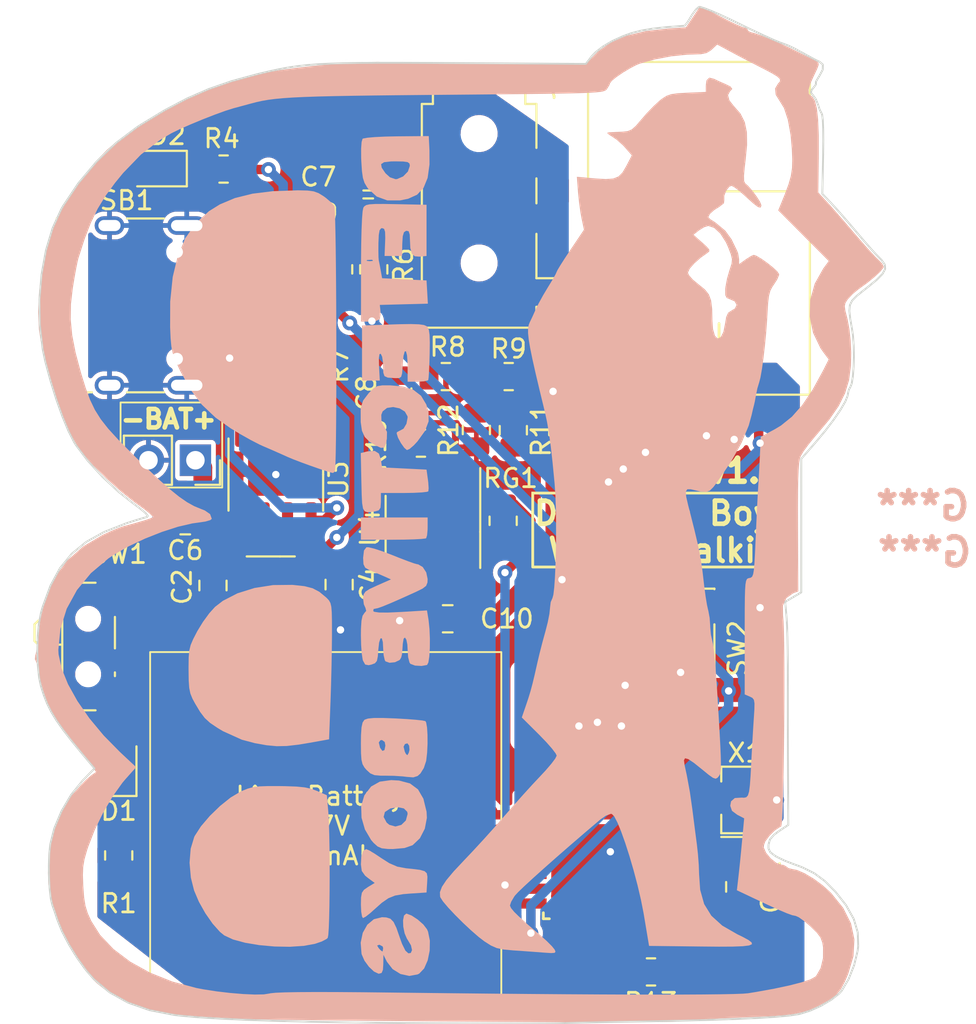
<source format=kicad_pcb>
(kicad_pcb (version 20211014) (generator pcbnew)
  (layers (0 "F.Cu" signal) (31 "B.Cu" signal) (34 "B.Paste" user) (35 "F.Paste" user) (36 "B.SilkS" user "B.Silkscreen") (37 "F.SilkS" user "F.Silkscreen") (38 "B.Mask" user) (39 "F.Mask" user) (44 "Edge.Cuts" user))
  (net 0 "")
  (net 1 "VBUS")
  (net 2 "GND")
  (net 3 "/BAT")
  (net 4 "+3V3")
  (net 5 "MOSI")
  (net 6 "MISO")
  (net 7 "Net-(D1-Pad1)")
  (net 8 "SCK")
  (net 9 "Net-(C8-Pad2)")
  (net 10 "Net-(R2-Pad1)")
  (net 11 "Net-(R3-Pad1)")
  (net 15 "RESET")
  (net 17 "/VIN")
  (net 18 "MIC")
  (net 22 "Net-(D2-Pad1)")
  (net 23 "CE")
  (net 24 "CSN")
  (net 25 "/SPK_R")
  (net 28 "XTAL1")
  (net 29 "XTAL2")
  (net 32 "/SPK_L")
  (net 33 "Net-(R7-Pad1)")
  (net 37 "Net-(R4-Pad2)")
  (net 45 "AUDIO_R")
  (net 46 "A0")
  (net 47 "A1")
  (net 48 "AUDIO_L")
  (net 49 "Net-(R11-Pad2)")
  (net 50 "Net-(R10-Pad1)")
  (net 54 "VBAT")
  (footprint "Capacitor_SMD:C_0805_2012Metric" (layer "F.Cu") (at 138.5 127.8 180)
    (fp_text reference "C6")
    (fp_text value "10uF")
  )
  (footprint "Resistor_SMD:R_0805_2012Metric" (layer "F.Cu") (at 156 120 180)
    (fp_text reference "R9")
    (fp_text value "10k")
  )
  (footprint "Connector_Audio:Jack_3.5mm_PJ320D_Horizontal" (layer "F.Cu") (at 154.4 111.63 -90)
    (fp_text reference "J1")
    (fp_text value "Jack 3.5mm")
  )
  (footprint "Button_Switch_SMD:SW_SPST_PTS645" (layer "F.Cu") (at 163.9 134.7)
    (fp_text reference "SW2")
    (fp_text value "Pushbutton")
  )
  (footprint "LED_SMD:LED_0805_2012Metric" (layer "F.Cu") (at 134.9 141 90)
    (fp_text reference "D1")
    (fp_text value "LED_0805")
  )
  (footprint "Capacitor_SMD:C_0805_2012Metric" (layer "F.Cu") (at 148.4 109.2)
    (fp_text reference "C7")
    (fp_text value "330nF")
  )
  (footprint "Custom footprints:NRF24L01_Mini" (layer "F.Cu") (at 160.295 120.98)
    (fp_text reference "U1")
    (fp_text value "NRF24L01_Breakout")
  )
  (footprint "Capacitor_SMD:C_0805_2012Metric" (layer "F.Cu") (at 148.4 111.1)
    (fp_text reference "C9")
    (fp_text value "330nF")
  )
  (footprint "Capacitor_SMD:C_0805_2012Metric" (layer "F.Cu") (at 142.15 120.475)
    (fp_text reference "C5")
    (fp_text value "10uF")
  )
  (footprint "Resistor_SMD:R_0805_2012Metric" (layer "F.Cu") (at 163.7 152.2 180)
    (fp_text reference "R13")
    (fp_text value "10k")
  )
  (footprint "Capacitor_SMD:C_0805_2012Metric" (layer "F.Cu") (at 168.5 147.6 90)
    (fp_text reference "C11")
    (fp_text value "100nF")
  )
  (footprint "Package_SO:SOP-8_3.9x4.9mm_P1.27mm" (layer "F.Cu") (at 151.9 128.4 -90)
    (fp_text reference "U4")
    (fp_text value "LM358")
  )
  (footprint "LED_SMD:LED_0805_2012Metric" (layer "F.Cu") (at 136.9 108.75 180)
    (fp_text reference "D2")
    (fp_text value "LED_0805")
  )
  (footprint "Button_Switch_SMD:SW_SPDT_PCM12" (layer "F.Cu") (at 133.575 134.6 -90)
    (fp_text reference "SW1")
    (fp_text value "SPDT_PCM12")
  )
  (footprint "Resistor_SMD:R_0805_2012Metric" (layer "F.Cu") (at 148.7 114.2 90)
    (fp_text reference "R6")
    (fp_text value "330")
  )
  (footprint "Resistor_SMD:R_0805_2012Metric" (layer "F.Cu") (at 152.6 120 180)
    (fp_text reference "R8")
    (fp_text value "10k")
  )
  (footprint "Resistor_SMD:R_0805_2012Metric" (layer "F.Cu") (at 145.175 119.625 90)
    (fp_text reference "R7")
    (fp_text value "10k")
  )
  (footprint "Resistor_SMD:R_0805_2012Metric" (layer "F.Cu") (at 146.8 114.2 -90)
    (fp_text reference "R5")
    (fp_text value "330")
  )
  (footprint "Resistor_SMD:R_0805_2012Metric" (layer "F.Cu") (at 155.7 127.8 -90)
    (fp_text reference "RG1")
    (fp_text value "470k")
  )
  (footprint "Capacitor_SMD:C_0805_2012Metric" (layer "F.Cu") (at 140 131.3 -90)
    (fp_text reference "C2")
    (fp_text value "10uF")
  )
  (footprint "Resistor_SMD:R_0805_2012Metric" (layer "F.Cu") (at 156.25 122.9 90)
    (fp_text reference "R11")
    (fp_text value "10k")
  )
  (footprint "Package_QFP:TQFP-32_7x7mm_P0.8mm" (layer "F.Cu") (at 161.5 145.7 180)
    (fp_text reference "U5")
    (fp_text value "ATmega328P-A")
  )
  (footprint "Capacitor_SMD:C_0805_2012Metric" (layer "F.Cu") (at 160.2 122.9 -90)
    (fp_text reference "C1")
    (fp_text value "10uF")
  )
  (footprint "Capacitor_SMD:C_0805_2012Metric" (layer "F.Cu") (at 141.65 112.5 90)
    (fp_text reference "C3")
    (fp_text value "100nF")
  )
  (footprint "Connector_PinSocket_2.54mm:PinSocket_1x02_P2.54mm_Vertical" (layer "F.Cu") (at 139.05 124.525 -90)
    (fp_text reference "BT1" hide)
    (fp_text value "LiPo 100mAh")
  )
  (footprint "Resistor_SMD:R_0805_2012Metric" (layer "F.Cu") (at 151.25 123.6 180)
    (fp_text reference "R10")
    (fp_text value "1k")
  )
  (footprint "Connector_USB:USB_C_Receptacle_HRO_TYPE-C-31-M-12" (layer "F.Cu") (at 135.45 116.15 -90)
    (fp_text reference "USB1")
    (fp_text value "USB_C 31-M-12")
  )
  (footprint "Resistor_SMD:R_0805_2012Metric" (layer "F.Cu") (at 154.25 122.8875 90)
    (fp_text reference "R12")
    (fp_text value "10k")
  )
  (footprint "Capacitor_SMD:C_0805_2012Metric" (layer "F.Cu") (at 150 120.9 -90)
    (fp_text reference "C8")
    (fp_text value "10uF")
  )
  (footprint "Resistor_SMD:R_0805_2012Metric" (layer "F.Cu") (at 142.4 117.05)
    (fp_text reference "R3")
    (fp_text value "5.1k")
  )
  (footprint "Crystal:Resonator_SMD_Murata_CSTxExxV-3Pin_3.0x1.1mm" (layer "F.Cu") (at 168.7 142.9 90)
    (fp_text reference "X1")
    (fp_text value "Resonator 8MHz")
  )
  (footprint "Package_TO_SOT_SMD:SOT-23-5" (layer "F.Cu") (at 143.625 131.2875)
    (fp_text reference "U2")
    (fp_text value "MIC5205-3.3YM5")
  )
  (footprint "Package_SO:SOIC-8-1EP_3.9x4.9mm_P1.27mm_EP2.29x3mm" (layer "F.Cu") (at 143.4 125.3 -90)
    (fp_text reference "U3")
    (fp_text value "TP4056")
  )
  (footprint "Resistor_SMD:R_0805_2012Metric" (layer "F.Cu") (at 134.9 145.9 -90)
    (fp_text reference "R1")
    (fp_text value "330")
  )
  (footprint "Resistor_SMD:R_0805_2012Metric" (layer "F.Cu") (at 140.575 108.775)
    (fp_text reference "R4")
    (fp_text value "1k")
  )
  (footprint "Capacitor_SMD:C_0805_2012Metric" (layer "F.Cu") (at 146.825 131.25 -90)
    (fp_text reference "C4")
    (fp_text value "10uF")
  )
  (footprint "Capacitor_SMD:C_0805_2012Metric" (layer "F.Cu") (at 152.7 133.1)
    (fp_text reference "C10")
    (fp_text value "100nF")
  )
  (footprint "Resistor_SMD:R_0805_2012Metric" (layer "F.Cu") (at 142.4 115.15)
    (fp_text reference "R2")
    (fp_text value "5.1k")
  )
  (footprint "detective_boys:DB_TOPSILK" (layer "B.Cu") (at 153.3 127.5 180)
    (fp_text reference "G***")
    (fp_text value "LOGO" hide)
  )
  (footprint "detective_boys:db_cutout" (layer "B.Cu") (at 153.5 127.5 180)
    (fp_text reference "G***")
    (fp_text value "LOGO" hide)
    (fp_poly (pts (xy -12.792214 27.492517) (xy -12.630497 27.352927) (xy -12.429033 27.080537) (xy -12.351844 26.951998) (xy -12.175795 26.667041) (xy -12.039035 26.495172) (xy -12.003419 26.4729) (xy -11.060646 26.402103) (xy -10.30659 26.320944) (xy -9.690348 26.218454) (xy -9.161015 26.083663) (xy -8.667687 25.905601) (xy -8.159458 25.673298) (xy -8.058206 25.622727) (xy -7.608104 25.356361) (xy -7.21119 25.053408) (xy -6.992323 24.828383) (xy -6.674366 24.411521) (xy 0.347015 24.456468) (xy 1.956825 24.465892) (xy 3.350108 24.471201) (xy 4.549942 24.471095) (xy 5.579407 24.464274) (xy 6.461581 24.449437) (xy 7.219542 24.425284) (xy 7.876371 24.390515) (xy 8.455145 24.343828) (xy 8.978943 24.283924) (xy 9.470844 24.209502) (xy 9.953928 24.119261) (xy 10.451272 24.011902) (xy 10.985955 23.886123) (xy 11.142453 23.84817) (xy 12.492862 23.480139) (xy 13.727441 23.05328) (xy 14.912065 22.538475) (xy 16.11261 21.906608) (xy 17.394952 21.12856) (xy 17.612264 20.988467) (xy 18.733438 20.145451) (xy 19.80713 19.11775) (xy 20.782598 17.96028) (xy 21.609105 16.727956) (xy 21.708883 16.554637) (xy 22.181061 15.521119) (xy 22.538763 14.326578) (xy 22.77651 13.023387) (xy 22.888827 11.663919) (xy 22.870234 10.300548) (xy 22.715255 8.985648) (xy 22.571353 8.30789) (xy 22.285405 7.253802) (xy 21.97115 6.248652) (xy 21.644374 5.335487) (xy 21.320861 4.55735) (xy 21.016398 3.957286) (xy 20.917163 3.797157) (xy 20.274616 2.946185) (xy 19.479254 2.076732) (xy 18.600532 1.259849) (xy 17.875653 0.685716) (xy 17.412002 0.338506) (xy 17.134448 0.102921) (xy 17.026491 -0.037374) (xy 17.071628 -0.098712) (xy 17.081187 -0.100667) (xy 17.302392 -0.157187) (xy 17.676181 -0.269322) (xy 18.128556 -0.414707) (xy 18.211321 -0.442247) (xy 19.385466 -0.901747) (xy 20.35279 -1.438699) (xy 21.141216 -2.082446) (xy 21.778666 -2.862333) (xy 22.293064 -3.807702) (xy 22.712332 -4.947898) (xy 22.806919 -5.271698) (xy 22.916972 -5.844101) (xy 22.982141 -6.561193) (xy 23.002266 -7.344166) (xy 22.977188 -8.114216) (xy 22.906749 -8.792537) (xy 22.814898 -9.225472) (xy 22.651548 -9.734053) (xy 22.470554 -10.192961) (xy 22.24976 -10.63705) (xy 21.967006 -11.101175) (xy 21.600136 -11.62019) (xy 21.126992 -12.228948) (xy 20.525416 -12.962306) (xy 20.169693 -13.386421) (xy 19.911557 -13.692705) (xy 20.563792 -14.364513) (xy 21.171924 -15.115638) (xy 21.694236 -16.001143) (xy 22.088097 -16.937059) (xy 22.303777 -17.791981) (xy 22.357698 -18.319257) (xy 22.379269 -18.946813) (xy 22.370814 -19.606398) (xy 22.334654 -20.229759) (xy 22.273112 -20.748642) (xy 22.191666 -21.086793) (xy 22.079076 -21.400268) (xy 21.949399 -21.790369) (xy 21.925559 -21.865566) (xy 21.669569 -22.502831) (xy 21.28933 -23.228593) (xy 20.83277 -23.964692) (xy 20.347815 -24.632968) (xy 19.948464 -25.089916) (xy 19.095678 -25.805285) (xy 18.097748 -26.362035) (xy 16.938791 -26.766854) (xy 15.602921 -27.026433) (xy 15.250893 -27.068215) (xy 14.308049 -27.151036) (xy 13.135042 -27.225289) (xy 11.741189 -27.290697) (xy 10.135806 -27.346982) (xy 8.328209 -27.393867) (xy 6.327715 -27.431073) (xy 4.14364 -27.458324) (xy 1.785301 -27.475341) (xy 1.557547 -27.476393) (xy 0.31344 -27.481366) (xy -0.861299 -27.485078) (xy -1.944355 -27.487525) (xy -2.913417 -27.488704) (xy -3.746169 -27.48861) (xy -4.420299 -27.487241) (xy -4.913492 -27.484593) (xy -5.203437 -27.480661) (xy -5.271698 -27.477524) (xy -5.429788 -27.46906) (xy -5.799018 -27.457581) (xy -6.350935 -27.443718) (xy -7.057084 -27.428106) (xy -7.889011 -27.411376) (xy -8.818262 -27.394162) (xy -9.704717 -27.378936) (xy -11.62518 -27.341879) (xy -13.311875 -27.29819) (xy -14.76386 -27.247914) (xy -15.980193 -27.191095) (xy -16.959931 -27.127779) (xy -17.702132 -27.058009) (xy -18.205852 -26.981832) (xy -18.251116 -26.972062) (xy -18.817955 -26.7937) (xy -19.409006 -26.52517) (xy -19.951303 -26.206896) (xy -20.371883 -25.879302) (xy -20.521682 -25.714125) (xy -20.891659 -25.087761) (xy -21.190832 -24.334516) (xy -21.378313 -23.565258) (xy -21.410802 -23.303302) (xy -21.384907 -22.56164) (xy -21.168757 -21.833037) (xy -20.749566 -21.086867) (xy -20.188208 -20.375078) (xy -19.618033 -19.795774) (xy -19.038551 -19.36775) (xy -18.36158 -19.033198) (xy -17.861484 -18.84979) (xy -17.429453 -18.681084) (xy -17.018626 -18.48323) (xy -16.916789 -18.424957) (xy -16.651372 -18.226199) (xy -16.554728 -18.015398) (xy -16.557355 -17.811745) (xy -16.639382 -17.530479) (xy -16.857732 -17.280456) (xy -17.111792 -17.092924) (xy -17.629716 -16.746026) (xy -17.613164 -14.094004) (xy -17.608216 -13.098431) (xy -17.604732 -11.977038) (xy -17.602872 -10.824588) (xy -17.6028 -9.735846) (xy -17.604283 -8.925944) (xy -17.60294 -8.107884) (xy -17.594676 -7.31142) (xy -17.580557 -6.589499) (xy -17.561651 -5.995068) (xy -17.539026 -5.581072) (xy -17.53617 -5.546694) (xy -17.460384 -4.683482) (xy -18.331132 -4.169728) (xy -18.332122 3.055188) (xy -19.115397 3.953773) (xy -19.634755 4.576437) (xy -20.090151 5.174087) (xy -20.458291 5.712007) (xy -20.71588 6.155483) (xy -20.839626 6.469799) (xy -20.84717 6.534708) (xy -20.904631 6.798562) (xy -20.97364 6.907791) (xy -21.057235 7.110753) (xy -21.120564 7.49547) (xy -21.161517 8.004764) (xy -21.177985 8.581457) (xy -21.167857 9.168371) (xy -21.129025 9.708326) (xy -21.087887 10.004245) (xy -20.981716 10.614601) (xy -20.931624 11.046586) (xy -20.958117 11.358796) (xy -21.0817 11.609828) (xy -21.32288 11.858279) (xy -21.702162 12.162745) (xy -21.895519 12.312089) (xy -22.407418 12.729359) (xy -22.727628 13.055181) (xy -22.869753 13.321698) (xy -22.847393 13.561052) (xy -22.674153 13.805386) (xy -22.570559 13.907181) (xy -22.36745 14.115827) (xy -22.056925 14.45894) (xy -21.683916 14.886029) (xy -21.352486 15.275943) (xy -20.936371 15.765796) (xy -20.520382 16.24506) (xy -20.159891 16.650466) (xy -19.958579 16.8687) (xy -19.46934 17.383155) (xy -19.512768 19.476036) (xy -19.521971 20.248147) (xy -19.515906 20.889023) (xy -19.495579 21.36799) (xy -19.461991 21.654373) (xy -19.43943 21.717241) (xy -19.323878 21.942586) (xy -19.246058 22.186669) (xy -19.116356 22.504935) (xy -18.976101 22.701122) (xy -18.850876 22.862239) (xy -18.892596 23.007459) (xy -18.994851 23.12884) (xy -19.121717 23.299165) (xy -19.120317 23.363207) (xy -19.123825 23.447173) (xy -19.242413 23.65473) (xy -19.281464 23.711184) (xy -19.490416 24.096651) (xy -19.496355 24.374996) (xy -19.319576 24.52908) (xy -19.108707 24.628101) (xy -18.769059 24.805981) (xy -18.427318 24.994483) (xy -18.026082 25.210407) (xy -17.670461 25.383633) (xy -17.468827 25.465453) (xy -17.172609 25.570848) (xy -16.768169 25.739187) (xy -16.230085 25.981976) (xy -15.532932 26.310724) (xy -14.651288 26.73694) (xy -14.540487 26.790983) (xy -13.970484 27.059277) (xy -13.467797 27.277332) (xy -13.075319 27.427935) (xy -12.835947 27.493875)) (layer "Edge.Cuts") (width 0.1) (fill none))
  )
  (gr_rect (start 155.6 153.9) (end 136.6 134.9) (layer "F.SilkS") (width 0.1) (fill none))
  (gr_rect (start 171.4 130.3) (end 157.3 126.3) (layer "F.SilkS") (width 0.15) (fill none))
  (gr_rect (start 135 121.4) (end 140.5 126) (layer "F.SilkS") (width 0.1) (fill none))
  (gr_text "Lipo Battery\n3.7V\n100mAh" (at 145.8 144.3) (layer "F.SilkS") (effects (font (size 1 1))))
  (gr_text "v1.1" (at 168.8 125.1) (layer "F.SilkS") (effects (font (size 1.25 1.25) (thickness 0.3))))
  (gr_text "-BAT+" (at 137.6 122.3) (layer "F.SilkS") (effects (font (size 1 1) (thickness 0.25))))
  (gr_text "Detective Boys\nWalkie Talkie" (at 164.3 128.4) (layer "F.SilkS") (effects (font (size 1.25 1.25) (thickness 0.25))))
  (segment (start 145.305 127.775) (end 146.025 127.775) (width 0.508) (layer "F.Cu") (net 1))
  (segment (start 138.202102 114.1) (end 138.602102 113.7) (width 0.254) (layer "F.Cu") (net 1))
  (segment (start 141.65 113.45) (end 141.4 113.7) (width 0.508) (layer "F.Cu") (net 1))
  (segment (start 141.495 120.77) (end 141.2 120.475) (width 0.508) (layer "F.Cu") (net 1))
  (segment (start 135.9625 112.164602) (end 138.2 114.402102) (width 0.254) (layer "F.Cu") (net 1))
  (segment (start 141.4 113.7) (end 139.495 113.7) (width 0.508) (layer "F.Cu") (net 1))
  (segment (start 135.9625 108.75) (end 135.9625 112.164602) (width 0.254) (layer "F.Cu") (net 1))
  (segment (start 138.602102 113.7) (end 139.495 113.7) (width 0.254) (layer "F.Cu") (net 1))
  (segment (start 138.2 114.1) (end 138.202102 114.1) (width 0.254) (layer "F.Cu") (net 1))
  (segment (start 146.025 127.775) (end 146.7 127.1) (width 0.508) (layer "F.Cu") (net 1))
  (segment (start 138.2 114.402102) (end 138.2 114.6) (width 0.254) (layer "F.Cu") (net 1))
  (segment (start 139.495 118.6) (end 140.7 118.6) (width 0.254) (layer "F.Cu") (net 1))
  (segment (start 138.2 114.6) (end 138.2 114.1) (width 0.254) (layer "F.Cu") (net 1))
  (segment (start 141.2 119.1) (end 141.2 120.475) (width 0.254) (layer "F.Cu") (net 1))
  (segment (start 140.7 118.6) (end 141.2 119.1) (width 0.254) (layer "F.Cu") (net 1))
  (segment (start 139.495 118.6) (end 138.602102 118.6) (width 0.254) (layer "F.Cu") (net 1))
  (segment (start 138.602102 118.6) (end 138.2 118.197898) (width 0.254) (layer "F.Cu") (net 1))
  (segment (start 138.2 118.197898) (end 138.2 114.6) (width 0.254) (layer "F.Cu") (net 1))
  (segment (start 141.495 122.825) (end 141.495 120.77) (width 0.508) (layer "F.Cu") (net 1))
  (via (at 146.7 127.1) (size 0.8) (drill 0.4) (layers "F.Cu" "B.Cu") (net 1))
  (via (at 140.9 119) (size 0.8) (drill 0.4) (layers "F.Cu" "B.Cu") (net 1))
  (segment (start 146.7 127.1) (end 143.8 127.1) (width 0.508) (layer "B.Cu") (net 1))
  (segment (start 143.8 127.1) (end 140.9 124.2) (width 0.508) (layer "B.Cu") (net 1))
  (segment (start 140.9 124.2) (end 140.9 119) (width 0.508) (layer "B.Cu") (net 1))
  (segment (start 139.5 119.405) (end 139.495 119.4) (width 0.508) (layer "F.Cu") (net 2))
  (segment (start 142.765 120.81) (end 143.1 120.475) (width 0.254) (layer "F.Cu") (net 2))
  (segment (start 139.5 120) (end 139.5 119.405) (width 0.508) (layer "F.Cu") (net 2))
  (segment (start 139.03 120.47) (end 139.5 120) (width 0.508) (layer "F.Cu") (net 2))
  (segment (start 142.765 122.825) (end 142.765 120.81) (width 0.254) (layer "F.Cu") (net 2))
  (segment (start 138.58 120.47) (end 139.03 120.47) (width 0.508) (layer "F.Cu") (net 2))
  (via (at 143.4 125.3) (size 0.8) (drill 0.4) (layers "F.Cu" "B.Cu") (net 2))
  (via (at 158.4 120.8) (size 0.8) (drill 0.4) (layers "F.Cu" "B.Cu") (net 2))
  (via (at 158.883121 130.983121) (size 0.8) (drill 0.4) (layers "F.Cu" "B.Cu") (net 2))
  (via (at 146.9 133.7) (size 0.8) (drill 0.4) (layers "F.Cu" "B.Cu") (net 2))
  (via (at 169.6 132.5) (size 0.8) (drill 0.4) (layers "F.Cu" "B.Cu") (net 2))
  (via (at 161.5 145.7) (size 0.8) (drill 0.4) (layers "F.Cu" "B.Cu") (net 2))
  (via (at 170.5 142.9) (size 0.8) (drill 0.4) (layers "F.Cu" "B.Cu") (net 2))
  (via (at 150.1 133.2) (size 0.8) (drill 0.4) (layers "F.Cu" "B.Cu") (net 2))
  (segment (start 135.75 132.35) (end 139.45 128.65) (width 1.016) (layer "F.Cu") (net 3))
  (segment (start 139.45 128.65) (end 139.45 127.8) (width 1.016) (layer "F.Cu") (net 3))
  (segment (start 135.005 132.35) (end 135.75 132.35) (width 1.016) (layer "F.Cu") (net 3))
  (segment (start 139.45 124.925) (end 139.05 124.525) (width 1.016) (layer "F.Cu") (net 3))
  (segment (start 139.45 127.8) (end 141.2 127.8) (width 1.016) (layer "F.Cu") (net 3))
  (segment (start 139.45 127.8) (end 139.45 124.925) (width 1.016) (layer "F.Cu") (net 3))
  (segment (start 155.0875 120) (end 155.0875 119.0125) (width 1.016) (layer "F.Cu") (net 4))
  (segment (start 147.8 130.3) (end 148.6 131.1) (width 1.016) (layer "F.Cu") (net 4))
  (segment (start 146.825 130.3) (end 147.8 130.3) (width 1.016) (layer "F.Cu") (net 4))
  (segment (start 153.65 134.65) (end 153.65 142.35) (width 1.016) (layer "F.Cu") (net 4))
  (segment (start 153.65 131.18) (end 153.805 131.025) (width 0.508) (layer "F.Cu") (net 4))
  (segment (start 159.75 121.95) (end 160.2 121.95) (width 1.016) (layer "F.Cu") (net 4))
  (segment (start 158.5 123.2) (end 159.75 121.95) (width 1.016) (layer "F.Cu") (net 4))
  (segment (start 167.95 146.1) (end 165.75 146.1) (width 0.508) (layer "F.Cu") (net 4))
  (segment (start 155.0875 119.0125) (end 155.8 118.3) (width 1.016) (layer "F.Cu") (net 4))
  (segment (start 165.75 144.5) (end 167.058 144.5) (width 0.508) (layer "F.Cu") (net 4))
  (segment (start 155 143.7) (end 154.9 143.6) (width 0.508) (layer "F.Cu") (net 4))
  (segment (start 168.5 145.942) (end 168.5 146.65) (width 0.508) (layer "F.Cu") (net 4))
  (segment (start 170.3 149.9) (end 168 152.2) (width 0.508) (layer "F.Cu") (net 4))
  (segment (start 169.15 146.65) (end 170.3 147.8) (width 0.508) (layer "F.Cu") (net 4))
  (segment (start 153.65 134.65) (end 158.5 129.8) (width 1.016) (layer "F.Cu") (net 4))
  (segment (start 170.3 147.8) (end 170.3 149.9) (width 0.508) (layer "F.Cu") (net 4))
  (segment (start 168.5 146.65) (end 167.95 146.1) (width 0.508) (layer "F.Cu") (net 4))
  (segment (start 161.17 120.77) (end 161.17 120.98) (width 1.016) (layer "F.Cu") (net 4))
  (segment (start 158.7 118.3) (end 161.17 120.77) (width 1.016) (layer "F.Cu") (net 4))
  (segment (start 168.5 146.65) (end 169.15 146.65) (width 0.508) (layer "F.Cu") (net 4))
  (segment (start 161.905 120.98) (end 161.17 120.98) (width 1.016) (layer "F.Cu") (net 4))
  (segment (start 157.25 143.7) (end 163.3 143.7) (width 0.508) (layer "F.Cu") (net 4))
  (segment (start 158.5 129.8) (end 158.5 123.2) (width 1.016) (layer "F.Cu") (net 4))
  (segment (start 155.8 118.3) (end 158.7 118.3) (width 1.016) (layer "F.Cu") (net 4))
  (segment (start 155.0875 120) (end 153.5125 120) (width 1.016) (layer "F.Cu") (net 4))
  (segment (start 168 152.2) (end 164.6125 152.2) (width 0.508) (layer "F.Cu") (net 4))
  (segment (start 148.6 134) (end 150 135.4) (width 1.016) (layer "F.Cu") (net 4))
  (segment (start 167.058 144.5) (end 168.5 145.942) (width 0.508) (layer "F.Cu") (net 4))
  (segment (start 144.7625 130.3375) (end 146.7875 130.3375) (width 0.508) (layer "F.Cu") (net 4))
  (segment (start 153.65 133.1) (end 153.65 131.18) (width 0.508) (layer "F.Cu") (net 4))
  (segment (start 161.17 120.98) (end 160.2 121.95) (width 1.016) (layer "F.Cu") (net 4))
  (segment (start 152.9 135.4) (end 153.65 134.65) (width 1.016) (layer "F.Cu") (net 4))
  (segment (start 164.1 144.5) (end 165.75 144.5) (width 0.508) (layer "F.Cu") (net 4))
  (segment (start 153.65 134.65) (end 153.65 133.1) (width 1.016) (layer "F.Cu") (net 4))
  (segment (start 163.3 143.7) (end 164.1 144.5) (width 0.508) (layer "F.Cu") (net 4))
  (segment (start 153.65 142.35) (end 154.9 143.6) (width 1.016) (layer "F.Cu") (net 4))
  (segment (start 148.6 131.1) (end 148.6 134) (width 1.016) (layer "F.Cu") (net 4))
  (segment (start 150 135.4) (end 152.9 135.4) (width 1.016) (layer "F.Cu") (net 4))
  (segment (start 146.7875 130.3375) (end 146.825 130.3) (width 0.508) (layer "F.Cu") (net 4))
  (segment (start 157.25 143.7) (end 155 143.7) (width 0.508) (layer "F.Cu") (net 4))
  (segment (start 158.837978 135.7) (end 158.3 136.237978) (width 0.508) (layer "F.Cu") (net 5))
  (segment (start 168.2 121.035) (end 168.255 120.98) (width 0.508) (layer "F.Cu") (net 5))
  (segment (start 163.4 124.1) (end 163.5 124.2) (width 0.508) (layer "F.Cu") (net 5))
  (segment (start 158.3 139) (end 159.428511 140.128511) (width 0.508) (layer "F.Cu") (net 5))
  (segment (start 158.3 136.237978) (end 158.3 139) (width 0.508) (layer "F.Cu") (net 5))
  (segment (start 163.5 134.4) (end 162.2 135.7) (width 0.508) (layer "F.Cu") (net 5))
  (segment (start 159.45 141.45) (end 159.5 141.45) (width 0.508) (layer "F.Cu") (net 5))
  (segment (start 162.2 135.7) (end 158.837978 135.7) (width 0.508) (layer "F.Cu") (net 5))
  (segment (start 159.428511 141.428511) (end 159.45 141.45) (width 0.508) (layer "F.Cu") (net 5))
  (segment (start 168.2 123.4) (end 168.2 121.035) (width 0.508) (layer "F.Cu") (net 5))
  (segment (start 163.5 124.2) (end 163.5 134.4) (width 0.508) (layer "F.Cu") (net 5))
  (segment (start 159.428511 140.128511) (end 159.428511 141.428511) (width 0.508) (layer "F.Cu") (net 5))
  (via (at 168.2 123.4) (size 0.8) (drill 0.4) (layers "F.Cu" "B.Cu") (net 5))
  (via (at 163.4 124.1) (size 0.8) (drill 0.4) (layers "F.Cu" "B.Cu") (net 5))
  (segment (start 163.4 124.1) (end 167.5 124.1) (width 0.508) (layer "B.Cu") (net 5))
  (segment (start 167.5 124.1) (end 168.2 123.4) (width 0.508) (layer "B.Cu") (net 5))
  (segment (start 157.5 139.5) (end 158.7 140.7) (width 0.508) (layer "F.Cu") (net 6))
  (segment (start 158.7 140.7) (end 158.7 141.45) (width 0.508) (layer "F.Cu") (net 6))
  (segment (start 162.6 125.4) (end 162.6 134) (width 0.508) (layer "F.Cu") (net 6))
  (segment (start 158.50752 134.99248) (end 157.5 136) (width 0.508) (layer "F.Cu") (net 6))
  (segment (start 169.525 123.525) (end 169.6 123.6) (width 0.508) (layer "F.Cu") (net 6))
  (segment (start 162.2 125) (end 162.6 125.4) (width 0.508) (layer "F.Cu") (net 6))
  (segment (start 162.6 134) (end 161.60752 134.99248) (width 0.508) (layer "F.Cu") (net 6))
  (segment (start 161.60752 134.99248) (end 158.50752 134.99248) (width 0.508) (layer "F.Cu") (net 6))
  (segment (start 169.525 120.98) (end 169.525 123.525) (width 0.508) (layer "F.Cu") (net 6))
  (segment (start 157.5 136) (end 157.5 139.5) (width 0.508) (layer "F.Cu") (net 6))
  (via (at 169.6 123.6) (size 0.8) (drill 0.4) (layers "F.Cu" "B.Cu") (net 6))
  (via (at 162.2 125) (size 0.8) (drill 0.4) (layers "F.Cu" "B.Cu") (net 6))
  (segment (start 169.6 123.9) (end 169.6 123.6) (width 0.508) (layer "B.Cu") (net 6))
  (segment (start 168.5 125) (end 168.6 124.9) (width 0.508) (layer "B.Cu") (net 6))
  (segment (start 162.2 125) (end 168.5 125) (width 0.508) (layer "B.Cu") (net 6))
  (segment (start 168.6 124.9) (end 169.6 123.9) (width 0.508) (layer "B.Cu") (net 6))
  (segment (start 134.9 141.9375) (end 134.9 144.9875) (width 0.508) (layer "F.Cu") (net 7))
  (segment (start 157.25 140.35) (end 157.25 142.9) (width 0.508) (layer "F.Cu") (net 8))
  (segment (start 156.6 139.7) (end 157.25 140.35) (width 0.508) (layer "F.Cu") (net 8))
  (segment (start 161.4 125.7) (end 161.8 126.1) (width 0.508) (layer "F.Cu") (net 8))
  (segment (start 158.214456 134.28496) (end 156.6 135.899416) (width 0.508) (layer "F.Cu") (net 8))
  (segment (start 161.114456 134.28496) (end 158.214456 134.28496) (width 0.508) (layer "F.Cu") (net 8))
  (segment (start 166.985 120.98) (end 166.985 122.915) (width 0.508) (layer "F.Cu") (net 8))
  (segment (start 156.6 135.899416) (end 156.6 139.7) (width 0.508) (layer "F.Cu") (net 8))
  (segment (start 161.8 126.1) (end 161.8 133.599416) (width 0.508) (layer "F.Cu") (net 8))
  (segment (start 166.985 122.915) (end 166.7 123.2) (width 0.508) (layer "F.Cu") (net 8))
  (segment (start 161.8 133.599416) (end 161.114456 134.28496) (width 0.508) (layer "F.Cu") (net 8))
  (via (at 161.4 125.7) (size 0.8) (drill 0.4) (layers "F.Cu" "B.Cu") (net 8))
  (via (at 166.7 123.2) (size 0.8) (drill 0.4) (layers "F.Cu" "B.Cu") (net 8))
  (segment (start 162.4 123.2) (end 166.7 123.2) (width 0.508) (layer "B.Cu") (net 8))
  (segment (start 161.346489 124.253511) (end 162.4 123.2) (width 0.508) (layer "B.Cu") (net 8))
  (segment (start 161.4 125.7) (end 161.346489 125.646489) (width 0.508) (layer "B.Cu") (net 8))
  (segment (start 161.346489 125.646489) (end 161.346489 124.253511) (width 0.508) (layer "B.Cu") (net 8))
  (segment (start 150 121.85) (end 150 123.2625) (width 0.25) (layer "F.Cu") (net 9))
  (segment (start 150 123.2625) (end 150.3375 123.6) (width 0.25) (layer "F.Cu") (net 9))
  (segment (start 141.2375 114.9) (end 141.4875 115.15) (width 0.254) (layer "F.Cu") (net 10))
  (segment (start 139.495 114.9) (end 141.2375 114.9) (width 0.254) (layer "F.Cu") (net 10))
  (segment (start 139.495 117.9) (end 140.6375 117.9) (width 0.254) (layer "F.Cu") (net 11))
  (segment (start 140.6375 117.9) (end 141.4875 117.05) (width 0.254) (layer "F.Cu") (net 11))
  (segment (start 161.9 151.3125) (end 162.7875 152.2) (width 0.508) (layer "F.Cu") (net 15))
  (segment (start 161.9 149.95) (end 161.9 151.3125) (width 0.508) (layer "F.Cu") (net 15))
  (segment (start 142.4875 130.3375) (end 143.2375 130.3375) (width 0.508) (layer "F.Cu") (net 17))
  (segment (start 133.793483 135.3) (end 134.955 135.3) (width 0.508) (layer "F.Cu") (net 17))
  (segment (start 133.639962 135.146479) (end 133.793483 135.3) (width 0.508) (layer "F.Cu") (net 17))
  (segment (start 142.475 130.35) (end 142.4875 130.3375) (width 0.508) (layer "F.Cu") (net 17))
  (segment (start 133.2 137.403483) (end 132.291479 136.494962) (width 0.508) (layer "F.Cu") (net 17))
  (segment (start 140 130.35) (end 142.475 130.35) (width 0.508) (layer "F.Cu") (net 17))
  (segment (start 143.1625 132.2375) (end 142.4875 132.2375) (width 0.508) (layer "F.Cu") (net 17))
  (segment (start 133.2 138.902022) (end 133.2 137.403483) (width 0.508) (layer "F.Cu") (net 17))
  (segment (start 134.360478 140.0625) (end 133.2 138.902022) (width 0.508) (layer "F.Cu") (net 17))
  (segment (start 135.005 135.35) (end 135.005 135.345) (width 0.508) (layer "F.Cu") (net 17))
  (segment (start 132.291479 135.705038) (end 132.850038 135.146479) (width 0.508) (layer "F.Cu") (net 17))
  (segment (start 132.850038 135.146479) (end 133.639962 135.146479) (width 0.508) (layer "F.Cu") (net 17))
  (segment (start 132.291479 136.494962) (end 132.291479 135.705038) (width 0.508) (layer "F.Cu") (net 17))
  (segment (start 134.9 140.0625) (end 134.360478 140.0625) (width 0.508) (layer "F.Cu") (net 17))
  (segment (start 143.60352 131.79648) (end 143.1625 132.2375) (width 0.508) (layer "F.Cu") (net 17))
  (segment (start 143.60352 130.70352) (end 143.60352 131.79648) (width 0.508) (layer "F.Cu") (net 17))
  (segment (start 135.005 135.345) (end 140 130.35) (width 0.508) (layer "F.Cu") (net 17))
  (segment (start 143.2375 130.3375) (end 143.60352 130.70352) (width 0.508) (layer "F.Cu") (net 17))
  (segment (start 134.955 135.3) (end 135.005 135.35) (width 0.508) (layer "F.Cu") (net 17))
  (segment (start 151.6875 120) (end 150.05 120) (width 0.508) (layer "F.Cu") (net 18))
  (segment (start 150 119.95) (end 150 117.405) (width 0.508) (layer "F.Cu") (net 18))
  (segment (start 150 117.405) (end 150.85 116.555) (width 0.508) (layer "F.Cu") (net 18))
  (segment (start 150.05 120) (end 150 119.95) (width 0.508) (layer "F.Cu") (net 18))
  (segment (start 139.6375 108.75) (end 139.6625 108.775) (width 0.254) (layer "F.Cu") (net 22))
  (segment (start 137.8375 108.75) (end 139.6375 108.75) (width 0.254) (layer "F.Cu") (net 22))
  (segment (start 164.445 138.555) (end 163.6 139.4) (width 0.508) (layer "F.Cu") (net 23))
  (segment (start 162.7 140.267978) (end 162.7 141.45) (width 0.508) (layer "F.Cu") (net 23))
  (segment (start 164.445 120.98) (end 164.445 138.555) (width 0.508) (layer "F.Cu") (net 23))
  (segment (start 163.6 139.4) (end 163.567978 139.4) (width 0.508) (layer "F.Cu") (net 23))
  (segment (start 163.567978 139.4) (end 162.7 140.267978) (width 0.508) (layer "F.Cu") (net 23))
  (segment (start 165.715 135.585) (end 165.3 136) (width 0.508) (layer "F.Cu") (net 24))
  (segment (start 161.9 141.45) (end 161.9 139.1) (width 0.508) (layer "F.Cu") (net 24))
  (segment (start 161.9 139.1) (end 162.1 138.9) (width 0.508) (layer "F.Cu") (net 24))
  (segment (start 165.715 120.98) (end 165.715 135.585) (width 0.508) (layer "F.Cu") (net 24))
  (via (at 165.3 136) (size 0.8) (drill 0.4) (layers "F.Cu" "B.Cu") (net 24))
  (via (at 162.1 138.9) (size 0.8) (drill 0.4) (layers "F.Cu" "B.Cu") (net 24))
  (segment (start 165.3 136) (end 165 136) (width 0.508) (layer "B.Cu") (net 24))
  (segment (start 165 136) (end 162.1 138.9) (width 0.508) (layer "B.Cu") (net 24))
  (segment (start 147.45 107.45) (end 148.4 106.5) (width 0.508) (layer "F.Cu") (net 25))
  (segment (start 147.45 109.2) (end 147.45 111.1) (width 0.508) (layer "F.Cu") (net 25))
  (segment (start 147.45 109.2) (end 147.45 107.45) (width 0.508) (layer "F.Cu") (net 25))
  (segment (start 156.955 111.455) (end 157.65 111.455) (width 0.508) (layer "F.Cu") (net 25))
  (segment (start 152 106.5) (end 156.955 111.455) (width 0.508) (layer "F.Cu") (net 25))
  (segment (start 148.4 106.5) (end 152 106.5) (width 0.508) (layer "F.Cu") (net 25))
  (segment (start 146.8 113.2875) (end 146.8 111.75) (width 0.508) (layer "F.Cu") (net 25))
  (segment (start 146.8 111.75) (end 147.45 111.1) (width 0.508) (layer "F.Cu") (net 25))
  (segment (start 168.4 143.7) (end 168.7 144) (width 0.254) (layer "F.Cu") (net 28))
  (segment (start 168.7 144) (end 168.7 144.1) (width 0.254) (layer "F.Cu") (net 28))
  (segment (start 165.75 143.7) (end 168.4 143.7) (width 0.254) (layer "F.Cu") (net 28))
  (segment (start 166.95 141.7) (end 168.7 141.7) (width 0.254) (layer "F.Cu") (net 29))
  (segment (start 165.75 142.9) (end 166.95 141.7) (width 0.254) (layer "F.Cu") (net 29))
  (segment (start 155.5 111.7) (end 155.5 112.7) (width 0.508) (layer "F.Cu") (net 32))
  (segment (start 156.4 113.6) (end 157 113.6) (width 0.508) (layer "F.Cu") (net 32))
  (segment (start 155.5 112.7) (end 156.4 113.6) (width 0.508) (layer "F.Cu") (net 32))
  (segment (start 149.35 109.2) (end 149.35 111.1) (width 0.508) (layer "F.Cu") (net 32))
  (segment (start 149.35 109.2) (end 149.35 108.15) (width 0.508) (layer "F.Cu") (net 32))
  (segment (start 157 113.6) (end 157.65 114.25) (width 0.508) (layer "F.Cu") (net 32))
  (segment (start 149.35 111.1) (end 149.35 112.6375) (width 0.508) (layer "F.Cu") (net 32))
  (segment (start 149.8 107.7) (end 151.5 107.7) (width 0.508) (layer "F.Cu") (net 32))
  (segment (start 157.65 114.25) (end 157.65 115.455) (width 0.508) (layer "F.Cu") (net 32))
  (segment (start 149.35 112.6375) (end 148.7 113.2875) (width 0.508) (layer "F.Cu") (net 32))
  (segment (start 151.5 107.7) (end 155.5 111.7) (width 0.508) (layer "F.Cu") (net 32))
  (segment (start 149.35 108.15) (end 149.8 107.7) (width 0.508) (layer "F.Cu") (net 32))
  (segment (start 144.035 121.6775) (end 145.175 120.5375) (width 0.508) (layer "F.Cu") (net 33))
  (segment (start 144.035 122.825) (end 144.035 121.6775) (width 0.508) (layer "F.Cu") (net 33))
  (segment (start 144.035 127.775) (end 144.035 128.735) (width 0.508) (layer "F.Cu") (net 37))
  (segment (start 143 108.8) (end 141.5125 108.8) (width 0.508) (layer "F.Cu") (net 37))
  (segment (start 144.035 128.735) (end 144.6 129.3) (width 0.508) (layer "F.Cu") (net 37))
  (segment (start 141.5125 108.8) (end 141.4875 108.775) (width 0.508) (layer "F.Cu") (net 37))
  (segment (start 146.1 129.3) (end 146.7 128.7) (width 0.508) (layer "F.Cu") (net 37))
  (segment (start 144.6 129.3) (end 146.1 129.3) (width 0.508) (layer "F.Cu") (net 37))
  (via (at 146.7 128.7) (size 0.8) (drill 0.4) (layers "F.Cu" "B.Cu") (net 37))
  (via (at 143 108.8) (size 0.8) (drill 0.4) (layers "F.Cu" "B.Cu") (net 37))
  (segment (start 147.9 127.5) (end 147.9 126.8) (width 0.508) (layer "B.Cu") (net 37))
  (segment (start 143.8 109.7) (end 143.8 109.6) (width 0.508) (layer "B.Cu") (net 37))
  (segment (start 147.9 122) (end 143.9 118) (width 0.508) (layer "B.Cu") (net 37))
  (segment (start 146.7 128.7) (end 147.9 127.5) (width 0.508) (layer "B.Cu") (net 37))
  (segment (start 143.8 117.9) (end 143.8 109.7) (width 0.508) (layer "B.Cu") (net 37))
  (segment (start 147.9 126.8) (end 147.9 122) (width 0.508) (layer "B.Cu") (net 37))
  (segment (start 143.8 109.6) (end 143 108.8) (width 0.508) (layer "B.Cu") (net 37))
  (segment (start 143.9 118) (end 143.8 117.9) (width 0.508) (layer "B.Cu") (net 37))
  (segment (start 159.8 139.207048) (end 160.3 139.707048) (width 0.508) (layer "F.Cu") (net 45))
  (segment (start 160.3 139.707048) (end 160.3 141.45) (width 0.508) (layer "F.Cu") (net 45))
  (segment (start 159.8 138.9) (end 159.8 139.207048) (width 0.508) (layer "F.Cu") (net 45))
  (segment (start 146.8 116.5) (end 147.4 117.1) (width 0.508) (layer "F.Cu") (net 45))
  (segment (start 146.8 115.1125) (end 146.8 116.5) (width 0.508) (layer "F.Cu") (net 45))
  (via (at 159.8 138.9) (size 0.8) (drill 0.4) (layers "F.Cu" "B.Cu") (net 45))
  (via (at 147.4 117.1) (size 0.8) (drill 0.4) (layers "F.Cu" "B.Cu") (net 45))
  (segment (start 159.8 129.5) (end 159.8 138.9) (width 0.508) (layer "B.Cu") (net 45))
  (segment (start 147.4 117.1) (end 159.8 129.5) (width 0.508) (layer "B.Cu") (net 45))
  (segment (start 153.805 125.775) (end 154.5875 125.775) (width 0.508) (layer "F.Cu") (net 46))
  (segment (start 156 147.7) (end 157.25 147.7) (width 0.508) (layer "F.Cu") (net 46))
  (segment (start 155.8 147.5) (end 156 147.7) (width 0.508) (layer "F.Cu") (net 46))
  (segment (start 157.2 127.8) (end 157.2 129.2) (width 0.508) (layer "F.Cu") (net 46))
  (segment (start 157.2 129.2) (end 155.8 130.6) (width 0.508) (layer "F.Cu") (net 46))
  (segment (start 156.2875 126.8875) (end 157.2 127.8) (width 0.508) (layer "F.Cu") (net 46))
  (segment (start 155.7 126.8875) (end 156.2875 126.8875) (width 0.508) (layer "F.Cu") (net 46))
  (segment (start 154.5875 125.775) (end 155.7 126.8875) (width 0.508) (layer "F.Cu") (net 46))
  (via (at 155.8 130.6) (size 0.8) (drill 0.4) (layers "F.Cu" "B.Cu") (net 46))
  (via (at 155.8 147.5) (size 0.8) (drill 0.4) (layers "F.Cu" "B.Cu") (net 46))
  (segment (start 155.8 130.6) (end 155.8 147.5) (width 0.508) (layer "B.Cu") (net 46))
  (segment (start 157.2 148.55) (end 157.25 148.5) (width 0.508) (layer "F.Cu") (net 47))
  (segment (start 159.92 136.95) (end 162.05 136.95) (width 0.508) (layer "F.Cu") (net 47))
  (segment (start 162.05 136.95) (end 162.3 136.7) (width 0.508) (layer "F.Cu") (net 47))
  (segment (start 157.2 150.1) (end 157.2 148.55) (width 0.508) (layer "F.Cu") (net 47))
  (via (at 167.9 137) (size 0.8) (drill 0.4) (layers "F.Cu" "B.Cu") (net 47))
  (via (at 162.3 136.7) (size 0.8) (drill 0.4) (layers "F.Cu" "B.Cu") (net 47))
  (via (at 157.2 150.1) (size 0.8) (drill 0.4) (layers "F.Cu" "B.Cu") (net 47))
  (segment (start 167.9 137) (end 167.9 137.9) (width 0.508) (layer "B.Cu") (net 47))
  (segment (start 162.3 136.7) (end 164 135) (width 0.508) (layer "B.Cu") (net 47))
  (segment (start 157.2 148.6) (end 157.2 150.1) (width 0.508) (layer "B.Cu") (net 47))
  (segment (start 164 135) (end 166.5 135) (width 0.508) (layer "B.Cu") (net 47))
  (segment (start 167.9 137.9) (end 157.2 148.6) (width 0.508) (layer "B.Cu") (net 47))
  (segment (start 166.5 135) (end 167.9 136.4) (width 0.508) (layer "B.Cu") (net 47))
  (segment (start 167.9 136.4) (end 167.9 137) (width 0.508) (layer "B.Cu") (net 47))
  (segment (start 148.7 115.1125) (end 148.7 116.9) (width 0.508) (layer "F.Cu") (net 48))
  (segment (start 148.7 116.9) (end 148.6 117) (width 0.508) (layer "F.Cu") (net 48))
  (segment (start 161.1 139) (end 161.1 141.45) (width 0.508) (layer "F.Cu") (net 48))
  (segment (start 160.8 138.7) (end 161.1 139) (width 0.508) (layer "F.Cu") (net 48))
  (via (at 160.8 138.7) (size 0.8) (drill 0.4) (layers "F.Cu" "B.Cu") (net 48))
  (via (at 148.6 117) (size 0.8) (drill 0.4) (layers "F.Cu" "B.Cu") (net 48))
  (segment (start 148.6 117) (end 148.607048 117) (width 0.508) (layer "B.Cu") (net 48))
  (segment (start 160.8 129.192952) (end 160.8 138.7) (width 0.508) (layer "B.Cu") (net 48))
  (segment (start 148.607048 117) (end 160.8 129.192952) (width 0.508) (layer "B.Cu") (net 48))
  (segment (start 154.25 121.975) (end 151.525 121.975) (width 0.25) (layer "F.Cu") (net 49))
  (segment (start 151.25 122.25) (end 151.25 125.76) (width 0.25) (layer "F.Cu") (net 49))
  (segment (start 154.6 121.975) (end 156.5875 121.975) (width 0.508) (layer "F.Cu") (net 49))
  (segment (start 156.5875 121.975) (end 156.6 121.9875) (width 0.508) (layer "F.Cu") (net 49))
  (segment (start 151.525 121.975) (end 151.25 122.25) (width 0.25) (layer "F.Cu") (net 49))
  (segment (start 156.9125 121.675) (end 156.6 121.9875) (width 0.508) (layer "F.Cu") (net 49))
  (segment (start 156.9125 120) (end 156.9125 121.675) (width 0.508) (layer "F.Cu") (net 49))
  (segment (start 151.25 125.76) (end 151.265 125.775) (width 0.25) (layer "F.Cu") (net 49))
  (segment (start 152.535 125.775) (end 152.535 127.535) (width 0.25) (layer "F.Cu") (net 50))
  (segment (start 152.535 127.535) (end 153.7125 128.7125) (width 0.25) (layer "F.Cu") (net 50))
  (segment (start 153.7125 128.7125) (end 155.7 128.7125) (width 0.25) (layer "F.Cu") (net 50))
  (segment (start 152.535 125.775) (end 152.535 123.9725) (width 0.25) (layer "F.Cu") (net 50))
  (segment (start 152.535 123.9725) (end 152.1625 123.6) (width 0.25) (layer "F.Cu") (net 50))
  (zone (net 2) (net_name "GND") (layers F&B.Cu) (connect_pads (clearance 0.254)) (min_thickness 0.254) (fill yes (thermal_gap 0.254) (thermal_bridge_width 0.254))
    (polygon (pts (xy 159.25 107.5) (xy 159.25 117.75) (xy 160.75 119.25) (xy 170.5 119.25) (xy 171.75 120.5) (xy 171.75 131) (xy 170.75 132.25) (xy 171 143.75) (xy 169.75 145.5) (xy 169.75 146) (xy 172 147.5) (xy 172 152.75) (xy 169 154.5) (xy 140.5 154.5) (xy 133.75 149.25) (xy 133.75 140.75) (xy 131.5 138) (xy 131.5 131.5) (xy 134.5 128.5) (xy 136.75 127.5) (xy 133.25 123.75) (xy 133.25 111.5) (xy 135.25 107.5) (xy 143.25 104) (xy 148.756351 103.956811) (xy 154.25 104)))
  )
)
</source>
